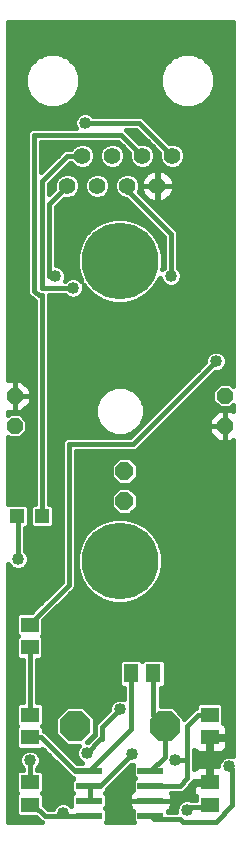
<source format=gbl>
G75*
%MOIN*%
%OFA0B0*%
%FSLAX24Y24*%
%IPPOS*%
%LPD*%
%AMOC8*
5,1,8,0,0,1.08239X$1,22.5*
%
%ADD10R,0.0472X0.0472*%
%ADD11C,0.0554*%
%ADD12OC8,0.0520*%
%ADD13R,0.0866X0.0236*%
%ADD14R,0.0591X0.0512*%
%ADD15R,0.0512X0.0630*%
%ADD16R,0.0630X0.0512*%
%ADD17OC8,0.0594*%
%ADD18OC8,0.1000*%
%ADD19C,0.0160*%
%ADD20C,0.0400*%
%ADD21C,0.0150*%
%ADD22C,0.2559*%
D10*
X000787Y010800D03*
X001613Y010800D03*
D11*
X002450Y021800D03*
X002950Y022800D03*
X003450Y021800D03*
X003950Y022800D03*
X004450Y021800D03*
X004950Y022800D03*
X005450Y021800D03*
X005950Y022800D03*
D12*
X007700Y014800D03*
X007700Y013800D03*
X000700Y013800D03*
X000700Y014800D03*
D13*
X003176Y002300D03*
X003176Y001800D03*
X003176Y001300D03*
X003176Y000800D03*
X005224Y000800D03*
X005224Y001300D03*
X005224Y001800D03*
X005224Y002300D03*
D14*
X007200Y001924D03*
X007200Y001176D03*
X007200Y003426D03*
X007200Y004174D03*
X001200Y006426D03*
X001200Y007174D03*
D15*
X004576Y005550D03*
X005324Y005550D03*
D16*
X001200Y004174D03*
X001200Y003426D03*
X001200Y001924D03*
X001200Y001176D03*
D17*
X004350Y011300D03*
X004350Y012300D03*
D18*
X005696Y003800D03*
X002704Y003800D03*
D19*
X000480Y000580D02*
X000480Y009182D01*
X000495Y009146D01*
X000596Y009045D01*
X000728Y008990D01*
X000872Y008990D01*
X001004Y009045D01*
X001105Y009146D01*
X001160Y009278D01*
X001160Y009422D01*
X001105Y009554D01*
X001035Y009624D01*
X001035Y010404D01*
X001089Y010404D01*
X001183Y010498D01*
X001183Y011102D01*
X001089Y011196D01*
X000484Y011196D01*
X000480Y011192D01*
X000480Y013426D01*
X000526Y013380D01*
X000874Y013380D01*
X001120Y013626D01*
X001120Y013974D01*
X000874Y014220D01*
X000526Y014220D01*
X000480Y014174D01*
X000480Y014260D01*
X000700Y014260D01*
X000924Y014260D01*
X001240Y014576D01*
X001240Y014800D01*
X001240Y015024D01*
X000924Y015340D01*
X000700Y015340D01*
X000700Y014800D01*
X000700Y014800D01*
X001240Y014800D01*
X000700Y014800D01*
X000700Y014800D01*
X000700Y015340D01*
X000480Y015340D01*
X000480Y027256D01*
X007981Y027256D01*
X007981Y015113D01*
X007874Y015220D01*
X007526Y015220D01*
X007280Y014974D01*
X007280Y014626D01*
X007526Y014380D01*
X007874Y014380D01*
X007981Y014487D01*
X007981Y014283D01*
X007924Y014340D01*
X007700Y014340D01*
X007700Y013800D01*
X007700Y013800D01*
X007700Y013260D01*
X007924Y013260D01*
X007981Y013317D01*
X007981Y002785D01*
X007922Y002810D01*
X007778Y002810D01*
X007646Y002755D01*
X007545Y002654D01*
X007490Y002522D01*
X007490Y002460D01*
X007248Y002460D01*
X007248Y001972D01*
X007152Y001972D01*
X007152Y001876D01*
X006625Y001876D01*
X006625Y001641D01*
X006635Y001586D01*
X006657Y001535D01*
X006687Y001490D01*
X006726Y001451D01*
X006745Y001438D01*
X006745Y001335D01*
X006582Y001335D01*
X006522Y001360D01*
X006378Y001360D01*
X006246Y001305D01*
X006145Y001204D01*
X006090Y001072D01*
X006090Y000935D01*
X005817Y000935D01*
X005817Y000952D01*
X005835Y000964D01*
X005874Y001003D01*
X005905Y001049D01*
X005926Y001100D01*
X005937Y001154D01*
X005937Y001300D01*
X005937Y001446D01*
X005926Y001500D01*
X005905Y001551D01*
X005899Y001560D01*
X006248Y001560D01*
X006336Y001597D01*
X006403Y001664D01*
X006653Y001914D01*
X006677Y001972D01*
X007152Y001972D01*
X007152Y002460D01*
X006877Y002460D01*
X006823Y002449D01*
X006772Y002428D01*
X006726Y002397D01*
X006690Y002361D01*
X006690Y002989D01*
X006726Y002953D01*
X006772Y002922D01*
X006823Y002901D01*
X006877Y002890D01*
X007152Y002890D01*
X007152Y003378D01*
X007248Y003378D01*
X007248Y003474D01*
X007775Y003474D01*
X007775Y003709D01*
X007765Y003764D01*
X007743Y003815D01*
X007713Y003860D01*
X007674Y003899D01*
X007655Y003912D01*
X007655Y004496D01*
X007562Y004590D01*
X006838Y004590D01*
X006745Y004496D01*
X006745Y004401D01*
X006688Y004377D01*
X006356Y004045D01*
X006356Y004073D01*
X005969Y004460D01*
X005564Y004460D01*
X005564Y005075D01*
X005646Y005075D01*
X005740Y005169D01*
X005740Y005931D01*
X005646Y006025D01*
X005002Y006025D01*
X004950Y005973D01*
X004898Y006025D01*
X004254Y006025D01*
X004160Y005931D01*
X004160Y005169D01*
X004254Y005075D01*
X004336Y005075D01*
X004336Y004683D01*
X004272Y004710D01*
X004128Y004710D01*
X003996Y004655D01*
X003895Y004554D01*
X003840Y004422D01*
X003840Y004322D01*
X003503Y003985D01*
X003365Y003847D01*
X003365Y003497D01*
X003128Y003260D01*
X003097Y003260D01*
X003364Y003527D01*
X003364Y004073D01*
X002977Y004460D01*
X002431Y004460D01*
X002044Y004073D01*
X002044Y003527D01*
X002431Y003140D01*
X002831Y003140D01*
X002795Y003104D01*
X002740Y002972D01*
X002740Y002828D01*
X002795Y002696D01*
X002896Y002595D01*
X002936Y002578D01*
X002761Y002578D01*
X001710Y003629D01*
X001675Y003644D01*
X001675Y003748D01*
X001623Y003800D01*
X001675Y003852D01*
X001675Y004496D01*
X001581Y004590D01*
X001440Y004590D01*
X001440Y006010D01*
X001562Y006010D01*
X001655Y006104D01*
X001655Y006748D01*
X001603Y006800D01*
X001655Y006852D01*
X001655Y007323D01*
X002597Y008265D01*
X002735Y008403D01*
X002735Y012965D01*
X004747Y012965D01*
X007372Y015590D01*
X007472Y015590D01*
X007604Y015645D01*
X007705Y015746D01*
X007760Y015878D01*
X007760Y016022D01*
X007705Y016154D01*
X007604Y016255D01*
X007472Y016310D01*
X007328Y016310D01*
X007196Y016255D01*
X007095Y016154D01*
X007040Y016022D01*
X007040Y015922D01*
X004553Y013435D01*
X002403Y013435D01*
X002265Y013297D01*
X001835Y013297D01*
X001835Y013139D02*
X002265Y013139D01*
X002265Y013297D02*
X002265Y008597D01*
X001258Y007590D01*
X000838Y007590D01*
X000745Y007496D01*
X000745Y006852D01*
X000797Y006800D01*
X000745Y006748D01*
X000745Y006104D01*
X000838Y006010D01*
X000960Y006010D01*
X000960Y004590D01*
X000819Y004590D01*
X000725Y004496D01*
X000725Y003852D01*
X000777Y003800D01*
X000725Y003748D01*
X000725Y003104D01*
X000819Y003010D01*
X001581Y003010D01*
X001616Y003045D01*
X002497Y002164D01*
X002564Y002097D01*
X002629Y002069D01*
X002649Y002050D01*
X002583Y001984D01*
X002583Y001616D01*
X002649Y001550D01*
X002583Y001484D01*
X002583Y001126D01*
X002504Y001205D01*
X002372Y001260D01*
X002228Y001260D01*
X002096Y001205D01*
X001995Y001104D01*
X001968Y001040D01*
X001799Y001040D01*
X001675Y001164D01*
X001675Y001498D01*
X001623Y001550D01*
X001675Y001602D01*
X001675Y002246D01*
X001581Y002340D01*
X001435Y002340D01*
X001435Y002376D01*
X001505Y002446D01*
X001560Y002578D01*
X001560Y002722D01*
X001505Y002854D01*
X001404Y002955D01*
X001272Y003010D01*
X001128Y003010D01*
X000996Y002955D01*
X000895Y002854D01*
X000840Y002722D01*
X000840Y002578D01*
X000895Y002446D01*
X000965Y002376D01*
X000965Y002340D01*
X000819Y002340D01*
X000725Y002246D01*
X000725Y001602D01*
X000777Y001550D01*
X000725Y001498D01*
X000725Y000854D01*
X000819Y000760D01*
X001401Y000760D01*
X001497Y000664D01*
X001564Y000597D01*
X001604Y000580D01*
X000480Y000580D01*
X000480Y000617D02*
X001544Y000617D01*
X001700Y000800D02*
X002300Y000800D01*
X003176Y000800D01*
X003704Y001050D02*
X003769Y001116D01*
X003769Y001484D01*
X003704Y001550D01*
X003769Y001616D01*
X003769Y001687D01*
X003785Y001703D01*
X004572Y002490D01*
X004636Y002490D01*
X004631Y002484D01*
X004631Y002116D01*
X004696Y002050D01*
X004631Y001984D01*
X004631Y001648D01*
X004612Y001636D01*
X004573Y001597D01*
X004542Y001551D01*
X004521Y001500D01*
X004511Y001446D01*
X004511Y001300D01*
X004511Y001154D01*
X004521Y001100D01*
X004542Y001049D01*
X004573Y001003D01*
X004612Y000964D01*
X004631Y000952D01*
X004631Y000616D01*
X004666Y000580D01*
X003734Y000580D01*
X003769Y000616D01*
X003769Y000984D01*
X003704Y001050D01*
X003746Y001093D02*
X004525Y001093D01*
X004511Y001251D02*
X003769Y001251D01*
X003769Y001410D02*
X004511Y001410D01*
X004511Y001300D02*
X005224Y001300D01*
X005937Y001300D01*
X005224Y001300D01*
X005224Y001300D01*
X006200Y001300D01*
X006824Y001924D01*
X007200Y001924D01*
X007200Y003426D01*
X007248Y003470D02*
X007981Y003470D01*
X007981Y003312D02*
X007775Y003312D01*
X007775Y003378D02*
X007775Y003143D01*
X007765Y003088D01*
X007743Y003037D01*
X007713Y002992D01*
X007674Y002953D01*
X007628Y002922D01*
X007577Y002901D01*
X007523Y002890D01*
X007248Y002890D01*
X007248Y003378D01*
X007775Y003378D01*
X007775Y003153D02*
X007981Y003153D01*
X007981Y002995D02*
X007715Y002995D01*
X007568Y002678D02*
X006690Y002678D01*
X006690Y002836D02*
X007981Y002836D01*
X007981Y003629D02*
X007775Y003629D01*
X007755Y003787D02*
X007981Y003787D01*
X007981Y003946D02*
X007655Y003946D01*
X007655Y004104D02*
X007981Y004104D01*
X007981Y004263D02*
X007655Y004263D01*
X007655Y004421D02*
X007981Y004421D01*
X007981Y004580D02*
X007572Y004580D01*
X007981Y004738D02*
X005564Y004738D01*
X005564Y004580D02*
X006828Y004580D01*
X006745Y004421D02*
X006008Y004421D01*
X006167Y004263D02*
X006573Y004263D01*
X006415Y004104D02*
X006325Y004104D01*
X006450Y003800D02*
X006450Y002650D01*
X006450Y002050D01*
X006200Y001800D01*
X005224Y001800D01*
X005224Y001300D02*
X005224Y001300D01*
X004511Y001300D01*
X004554Y001568D02*
X003722Y001568D01*
X003809Y001727D02*
X004631Y001727D01*
X004631Y001885D02*
X003967Y001885D01*
X004126Y002044D02*
X004690Y002044D01*
X004631Y002202D02*
X004284Y002202D01*
X004443Y002361D02*
X004631Y002361D01*
X004576Y003700D02*
X003176Y002300D01*
X002700Y002300D01*
X001574Y003426D01*
X001200Y003426D01*
X001091Y002995D02*
X000480Y002995D01*
X000480Y003153D02*
X000725Y003153D01*
X000725Y003312D02*
X000480Y003312D01*
X000480Y003470D02*
X000725Y003470D01*
X000725Y003629D02*
X000480Y003629D01*
X000480Y003787D02*
X000764Y003787D01*
X000725Y003946D02*
X000480Y003946D01*
X000480Y004104D02*
X000725Y004104D01*
X000725Y004263D02*
X000480Y004263D01*
X000480Y004421D02*
X000725Y004421D01*
X000808Y004580D02*
X000480Y004580D01*
X000480Y004738D02*
X000960Y004738D01*
X000960Y004897D02*
X000480Y004897D01*
X000480Y005055D02*
X000960Y005055D01*
X000960Y005214D02*
X000480Y005214D01*
X000480Y005372D02*
X000960Y005372D01*
X000960Y005531D02*
X000480Y005531D01*
X000480Y005689D02*
X000960Y005689D01*
X000960Y005848D02*
X000480Y005848D01*
X000480Y006006D02*
X000960Y006006D01*
X000745Y006165D02*
X000480Y006165D01*
X000480Y006323D02*
X000745Y006323D01*
X000745Y006482D02*
X000480Y006482D01*
X000480Y006640D02*
X000745Y006640D01*
X000795Y006799D02*
X000480Y006799D01*
X000480Y006957D02*
X000745Y006957D01*
X000745Y007116D02*
X000480Y007116D01*
X000480Y007274D02*
X000745Y007274D01*
X000745Y007433D02*
X000480Y007433D01*
X000480Y007591D02*
X001259Y007591D01*
X001417Y007750D02*
X000480Y007750D01*
X000480Y007908D02*
X001576Y007908D01*
X001734Y008067D02*
X000480Y008067D01*
X000480Y008225D02*
X001893Y008225D01*
X002051Y008384D02*
X000480Y008384D01*
X000480Y008542D02*
X002210Y008542D01*
X002265Y008701D02*
X000480Y008701D01*
X000480Y008859D02*
X002265Y008859D01*
X002265Y009018D02*
X000938Y009018D01*
X001118Y009176D02*
X002265Y009176D01*
X002265Y009335D02*
X001160Y009335D01*
X001130Y009493D02*
X002265Y009493D01*
X002265Y009652D02*
X001035Y009652D01*
X001035Y009810D02*
X002265Y009810D01*
X002265Y009969D02*
X001035Y009969D01*
X001035Y010127D02*
X002265Y010127D01*
X002265Y010286D02*
X001035Y010286D01*
X001129Y010444D02*
X001271Y010444D01*
X001311Y010404D02*
X001217Y010498D01*
X001217Y011102D01*
X001311Y011196D01*
X001365Y011196D01*
X001365Y017953D01*
X001253Y018065D01*
X001253Y018065D01*
X001115Y018203D01*
X001115Y023597D01*
X001253Y023735D01*
X002729Y023735D01*
X002690Y023828D01*
X002690Y023972D01*
X002745Y024104D01*
X002846Y024205D01*
X002978Y024260D01*
X003122Y024260D01*
X003254Y024205D01*
X003324Y024135D01*
X004947Y024135D01*
X005085Y023997D01*
X005850Y023232D01*
X005863Y023237D01*
X006037Y023237D01*
X006198Y023171D01*
X006321Y023048D01*
X006387Y022887D01*
X006387Y022713D01*
X006321Y022552D01*
X006198Y022429D01*
X006037Y022363D01*
X005863Y022363D01*
X005702Y022429D01*
X005579Y022552D01*
X005513Y022713D01*
X005513Y022887D01*
X005518Y022900D01*
X004753Y023665D01*
X004417Y023665D01*
X004850Y023232D01*
X004863Y023237D01*
X005037Y023237D01*
X005198Y023171D01*
X005321Y023048D01*
X005387Y022887D01*
X005387Y022713D01*
X005321Y022552D01*
X005198Y022429D01*
X005037Y022363D01*
X004863Y022363D01*
X004702Y022429D01*
X004579Y022552D01*
X004513Y022713D01*
X004513Y022887D01*
X004518Y022900D01*
X004153Y023265D01*
X001585Y023265D01*
X001585Y022267D01*
X002353Y023035D01*
X002574Y023035D01*
X002579Y023048D01*
X002702Y023171D01*
X002863Y023237D01*
X003037Y023237D01*
X003198Y023171D01*
X003321Y023048D01*
X003387Y022887D01*
X003387Y022713D01*
X003321Y022552D01*
X003198Y022429D01*
X003037Y022363D01*
X002863Y022363D01*
X002702Y022429D01*
X002579Y022552D01*
X002574Y022565D01*
X002547Y022565D01*
X001835Y021853D01*
X001835Y021517D01*
X002018Y021700D01*
X002013Y021713D01*
X002013Y021887D01*
X002079Y022048D01*
X002202Y022171D01*
X002363Y022237D01*
X002537Y022237D01*
X002698Y022171D01*
X002821Y022048D01*
X002887Y021887D01*
X002887Y021713D01*
X002821Y021552D01*
X002698Y021429D01*
X002537Y021363D01*
X002363Y021363D01*
X002350Y021368D01*
X002085Y021103D01*
X002085Y019160D01*
X002122Y019160D01*
X002254Y019105D01*
X002355Y019004D01*
X002410Y018872D01*
X002410Y018728D01*
X002371Y018635D01*
X002376Y018635D01*
X002446Y018705D01*
X002578Y018760D01*
X002722Y018760D01*
X002854Y018705D01*
X002918Y018641D01*
X002859Y018744D01*
X002760Y019110D01*
X002760Y019490D01*
X002859Y019856D01*
X003048Y020184D01*
X003316Y020452D01*
X003644Y020641D01*
X004010Y020740D01*
X004390Y020740D01*
X004756Y020641D01*
X005084Y020452D01*
X005352Y020184D01*
X005541Y019856D01*
X005640Y019490D01*
X005640Y019110D01*
X005617Y019026D01*
X005665Y019074D01*
X005665Y020103D01*
X004405Y021363D01*
X004363Y021363D01*
X004358Y021365D01*
X004353Y021365D01*
X004349Y021369D01*
X004202Y021429D01*
X004079Y021552D01*
X004013Y021713D01*
X004013Y021887D01*
X004079Y022048D01*
X004202Y022171D01*
X004363Y022237D01*
X004537Y022237D01*
X004698Y022171D01*
X004821Y022048D01*
X004887Y021887D01*
X004887Y021713D01*
X004838Y021594D01*
X005997Y020435D01*
X006135Y020297D01*
X006135Y019074D01*
X006205Y019004D01*
X006260Y018872D01*
X006260Y018728D01*
X006205Y018596D01*
X006104Y018495D01*
X005972Y018440D01*
X005828Y018440D01*
X005696Y018495D01*
X005595Y018596D01*
X005540Y018728D01*
X005540Y018742D01*
X005352Y018416D01*
X005084Y018148D01*
X004756Y017959D01*
X004390Y017860D01*
X004010Y017860D01*
X003644Y017959D01*
X003316Y018148D01*
X003048Y018416D01*
X002995Y018509D01*
X003010Y018472D01*
X003010Y018328D01*
X002955Y018196D01*
X002854Y018095D01*
X002722Y018040D01*
X002578Y018040D01*
X002446Y018095D01*
X002376Y018165D01*
X001835Y018165D01*
X001835Y011196D01*
X001916Y011196D01*
X002010Y011102D01*
X002010Y010498D01*
X001916Y010404D01*
X001311Y010404D01*
X001217Y010603D02*
X001183Y010603D01*
X001183Y010761D02*
X001217Y010761D01*
X001217Y010920D02*
X001183Y010920D01*
X001183Y011078D02*
X001217Y011078D01*
X001365Y011237D02*
X000480Y011237D01*
X000480Y011395D02*
X001365Y011395D01*
X001365Y011554D02*
X000480Y011554D01*
X000480Y011712D02*
X001365Y011712D01*
X001365Y011871D02*
X000480Y011871D01*
X000480Y012029D02*
X001365Y012029D01*
X001365Y012188D02*
X000480Y012188D01*
X000480Y012346D02*
X001365Y012346D01*
X001365Y012505D02*
X000480Y012505D01*
X000480Y012663D02*
X001365Y012663D01*
X001365Y012822D02*
X000480Y012822D01*
X000480Y012980D02*
X001365Y012980D01*
X001365Y013139D02*
X000480Y013139D01*
X000480Y013297D02*
X001365Y013297D01*
X001365Y013456D02*
X000949Y013456D01*
X001108Y013614D02*
X001365Y013614D01*
X001365Y013773D02*
X001120Y013773D01*
X001120Y013931D02*
X001365Y013931D01*
X001365Y014090D02*
X001004Y014090D01*
X001070Y014407D02*
X001365Y014407D01*
X001365Y014565D02*
X001229Y014565D01*
X001240Y014724D02*
X001365Y014724D01*
X001365Y014882D02*
X001240Y014882D01*
X001223Y015041D02*
X001365Y015041D01*
X001365Y015199D02*
X001065Y015199D01*
X001365Y015358D02*
X000480Y015358D01*
X000480Y015516D02*
X001365Y015516D01*
X001365Y015675D02*
X000480Y015675D01*
X000480Y015833D02*
X001365Y015833D01*
X001365Y015992D02*
X000480Y015992D01*
X000480Y016150D02*
X001365Y016150D01*
X001365Y016309D02*
X000480Y016309D01*
X000480Y016467D02*
X001365Y016467D01*
X001365Y016626D02*
X000480Y016626D01*
X000480Y016784D02*
X001365Y016784D01*
X001365Y016943D02*
X000480Y016943D01*
X000480Y017101D02*
X001365Y017101D01*
X001365Y017260D02*
X000480Y017260D01*
X000480Y017418D02*
X001365Y017418D01*
X001365Y017577D02*
X000480Y017577D01*
X000480Y017735D02*
X001365Y017735D01*
X001365Y017894D02*
X000480Y017894D01*
X000480Y018052D02*
X001266Y018052D01*
X001115Y018211D02*
X000480Y018211D01*
X000480Y018369D02*
X001115Y018369D01*
X001115Y018528D02*
X000480Y018528D01*
X000480Y018686D02*
X001115Y018686D01*
X001115Y018845D02*
X000480Y018845D01*
X000480Y019003D02*
X001115Y019003D01*
X001115Y019162D02*
X000480Y019162D01*
X000480Y019320D02*
X001115Y019320D01*
X001115Y019479D02*
X000480Y019479D01*
X000480Y019637D02*
X001115Y019637D01*
X001115Y019796D02*
X000480Y019796D01*
X000480Y019954D02*
X001115Y019954D01*
X001115Y020113D02*
X000480Y020113D01*
X000480Y020271D02*
X001115Y020271D01*
X001115Y020430D02*
X000480Y020430D01*
X000480Y020588D02*
X001115Y020588D01*
X001115Y020747D02*
X000480Y020747D01*
X000480Y020905D02*
X001115Y020905D01*
X001115Y021064D02*
X000480Y021064D01*
X000480Y021222D02*
X001115Y021222D01*
X001115Y021381D02*
X000480Y021381D01*
X000480Y021539D02*
X001115Y021539D01*
X001115Y021698D02*
X000480Y021698D01*
X000480Y021856D02*
X001115Y021856D01*
X001115Y022015D02*
X000480Y022015D01*
X000480Y022173D02*
X001115Y022173D01*
X001115Y022332D02*
X000480Y022332D01*
X000480Y022490D02*
X001115Y022490D01*
X001115Y022649D02*
X000480Y022649D01*
X000480Y022807D02*
X001115Y022807D01*
X001115Y022966D02*
X000480Y022966D01*
X000480Y023124D02*
X001115Y023124D01*
X001115Y023283D02*
X000480Y023283D01*
X000480Y023441D02*
X001115Y023441D01*
X001117Y023600D02*
X000480Y023600D01*
X000480Y023758D02*
X002719Y023758D01*
X002690Y023917D02*
X000480Y023917D01*
X000480Y024075D02*
X002733Y024075D01*
X002915Y024234D02*
X000480Y024234D01*
X000480Y024392D02*
X001738Y024392D01*
X001767Y024380D02*
X002133Y024380D01*
X002471Y024520D01*
X002730Y024779D01*
X002870Y025117D01*
X002870Y025483D01*
X002730Y025821D01*
X002471Y026080D01*
X002133Y026220D01*
X001767Y026220D01*
X001429Y026080D01*
X001170Y025821D01*
X001030Y025483D01*
X001030Y025117D01*
X001170Y024779D01*
X001429Y024520D01*
X001767Y024380D01*
X001398Y024551D02*
X000480Y024551D01*
X000480Y024709D02*
X001240Y024709D01*
X001133Y024868D02*
X000480Y024868D01*
X000480Y025026D02*
X001068Y025026D01*
X001030Y025185D02*
X000480Y025185D01*
X000480Y025343D02*
X001030Y025343D01*
X001038Y025502D02*
X000480Y025502D01*
X000480Y025660D02*
X001103Y025660D01*
X001169Y025819D02*
X000480Y025819D01*
X000480Y025977D02*
X001326Y025977D01*
X001563Y026136D02*
X000480Y026136D01*
X000480Y026294D02*
X007981Y026294D01*
X007981Y026136D02*
X006837Y026136D01*
X006971Y026080D02*
X006633Y026220D01*
X006267Y026220D01*
X005929Y026080D01*
X005670Y025821D01*
X005530Y025483D01*
X005530Y025117D01*
X005670Y024779D01*
X005929Y024520D01*
X006267Y024380D01*
X006633Y024380D01*
X006971Y024520D01*
X007230Y024779D01*
X007370Y025117D01*
X007370Y025483D01*
X007230Y025821D01*
X006971Y026080D01*
X007074Y025977D02*
X007981Y025977D01*
X007981Y025819D02*
X007231Y025819D01*
X007297Y025660D02*
X007981Y025660D01*
X007981Y025502D02*
X007362Y025502D01*
X007370Y025343D02*
X007981Y025343D01*
X007981Y025185D02*
X007370Y025185D01*
X007332Y025026D02*
X007981Y025026D01*
X007981Y024868D02*
X007267Y024868D01*
X007160Y024709D02*
X007981Y024709D01*
X007981Y024551D02*
X007002Y024551D01*
X006662Y024392D02*
X007981Y024392D01*
X007981Y024234D02*
X003185Y024234D01*
X002832Y025026D02*
X005568Y025026D01*
X005530Y025185D02*
X002870Y025185D01*
X002870Y025343D02*
X005530Y025343D01*
X005538Y025502D02*
X002862Y025502D01*
X002797Y025660D02*
X005603Y025660D01*
X005669Y025819D02*
X002731Y025819D01*
X002574Y025977D02*
X005826Y025977D01*
X006063Y026136D02*
X002337Y026136D01*
X002767Y024868D02*
X005633Y024868D01*
X005740Y024709D02*
X002660Y024709D01*
X002502Y024551D02*
X005898Y024551D01*
X006238Y024392D02*
X002162Y024392D01*
X002283Y022966D02*
X001585Y022966D01*
X001585Y023124D02*
X002656Y023124D01*
X002642Y022490D02*
X002472Y022490D01*
X002314Y022332D02*
X005283Y022332D01*
X005320Y022343D02*
X005236Y022316D01*
X005158Y022277D01*
X005087Y022225D01*
X005025Y022163D01*
X004973Y022092D01*
X004934Y022014D01*
X004907Y021930D01*
X004893Y021844D01*
X004893Y021809D01*
X005441Y021809D01*
X005441Y022357D01*
X005406Y022357D01*
X005320Y022343D01*
X005258Y022490D02*
X005642Y022490D01*
X005580Y022343D02*
X005494Y022357D01*
X005459Y022357D01*
X005459Y021809D01*
X006007Y021809D01*
X006007Y021844D01*
X005993Y021930D01*
X005966Y022014D01*
X005927Y022092D01*
X005875Y022163D01*
X005813Y022225D01*
X005742Y022277D01*
X005664Y022316D01*
X005580Y022343D01*
X005617Y022332D02*
X007981Y022332D01*
X007981Y022490D02*
X006258Y022490D01*
X006360Y022649D02*
X007981Y022649D01*
X007981Y022807D02*
X006387Y022807D01*
X006355Y022966D02*
X007981Y022966D01*
X007981Y023124D02*
X006244Y023124D01*
X005966Y022015D02*
X007981Y022015D01*
X007981Y022173D02*
X005865Y022173D01*
X006005Y021856D02*
X007981Y021856D01*
X007981Y021698D02*
X005998Y021698D01*
X005993Y021670D02*
X006007Y021756D01*
X006007Y021791D01*
X005459Y021791D01*
X005459Y021809D01*
X005441Y021809D01*
X005441Y021791D01*
X005459Y021791D01*
X005459Y021243D01*
X005494Y021243D01*
X005580Y021257D01*
X005664Y021284D01*
X005742Y021323D01*
X005813Y021375D01*
X005875Y021437D01*
X005927Y021508D01*
X005966Y021586D01*
X005993Y021670D01*
X005942Y021539D02*
X007981Y021539D01*
X007981Y021381D02*
X005818Y021381D01*
X005686Y020747D02*
X007981Y020747D01*
X007981Y020905D02*
X005527Y020905D01*
X005441Y021243D02*
X005441Y021791D01*
X004893Y021791D01*
X004893Y021756D01*
X004907Y021670D01*
X004934Y021586D01*
X004973Y021508D01*
X005025Y021437D01*
X005087Y021375D01*
X005158Y021323D01*
X005236Y021284D01*
X005320Y021257D01*
X005406Y021243D01*
X005441Y021243D01*
X005441Y021381D02*
X005459Y021381D01*
X005459Y021539D02*
X005441Y021539D01*
X005441Y021698D02*
X005459Y021698D01*
X005459Y021856D02*
X005441Y021856D01*
X005441Y022015D02*
X005459Y022015D01*
X005459Y022173D02*
X005441Y022173D01*
X005441Y022332D02*
X005459Y022332D01*
X005540Y022649D02*
X005360Y022649D01*
X005387Y022807D02*
X005513Y022807D01*
X005452Y022966D02*
X005355Y022966D01*
X005294Y023124D02*
X005244Y023124D01*
X005135Y023283D02*
X004800Y023283D01*
X004818Y023600D02*
X004483Y023600D01*
X004641Y023441D02*
X004977Y023441D01*
X005166Y023917D02*
X007981Y023917D01*
X007981Y024075D02*
X005007Y024075D01*
X005324Y023758D02*
X007981Y023758D01*
X007981Y023600D02*
X005483Y023600D01*
X005641Y023441D02*
X007981Y023441D01*
X007981Y023283D02*
X005800Y023283D01*
X005210Y021222D02*
X007981Y021222D01*
X007981Y021064D02*
X005369Y021064D01*
X005180Y020588D02*
X004848Y020588D01*
X004863Y020905D02*
X002085Y020905D01*
X002085Y020747D02*
X005021Y020747D01*
X005106Y020430D02*
X005338Y020430D01*
X005265Y020271D02*
X005497Y020271D01*
X005393Y020113D02*
X005655Y020113D01*
X005665Y019954D02*
X005485Y019954D01*
X005558Y019796D02*
X005665Y019796D01*
X005665Y019637D02*
X005600Y019637D01*
X005640Y019479D02*
X005665Y019479D01*
X005665Y019320D02*
X005640Y019320D01*
X005640Y019162D02*
X005665Y019162D01*
X005558Y018686D02*
X005508Y018686D01*
X005416Y018528D02*
X005663Y018528D01*
X005305Y018369D02*
X007981Y018369D01*
X007981Y018211D02*
X005146Y018211D01*
X004918Y018052D02*
X007981Y018052D01*
X007981Y017894D02*
X004513Y017894D01*
X003887Y017894D02*
X001835Y017894D01*
X001835Y018052D02*
X002549Y018052D01*
X002427Y018686D02*
X002392Y018686D01*
X002410Y018845D02*
X002832Y018845D01*
X002789Y019003D02*
X002356Y019003D01*
X002085Y019162D02*
X002760Y019162D01*
X002760Y019320D02*
X002085Y019320D01*
X002085Y019479D02*
X002760Y019479D01*
X002800Y019637D02*
X002085Y019637D01*
X002085Y019796D02*
X002842Y019796D01*
X002915Y019954D02*
X002085Y019954D01*
X002085Y020113D02*
X003007Y020113D01*
X003135Y020271D02*
X002085Y020271D01*
X002085Y020430D02*
X003294Y020430D01*
X003552Y020588D02*
X002085Y020588D01*
X002085Y021064D02*
X004704Y021064D01*
X004546Y021222D02*
X002204Y021222D01*
X002015Y021698D02*
X001835Y021698D01*
X001838Y021856D02*
X002013Y021856D01*
X001997Y022015D02*
X002066Y022015D01*
X002155Y022173D02*
X002208Y022173D01*
X001966Y022649D02*
X001585Y022649D01*
X001585Y022807D02*
X002125Y022807D01*
X001808Y022490D02*
X001585Y022490D01*
X001585Y022332D02*
X001649Y022332D01*
X001835Y021539D02*
X001857Y021539D01*
X002580Y021381D02*
X003320Y021381D01*
X003363Y021363D02*
X003537Y021363D01*
X003698Y021429D01*
X003821Y021552D01*
X003887Y021713D01*
X003887Y021887D01*
X003821Y022048D01*
X003698Y022171D01*
X003537Y022237D01*
X003363Y022237D01*
X003202Y022171D01*
X003079Y022048D01*
X003013Y021887D01*
X003013Y021713D01*
X003079Y021552D01*
X003202Y021429D01*
X003363Y021363D01*
X003580Y021381D02*
X004320Y021381D01*
X004093Y021539D02*
X003807Y021539D01*
X003881Y021698D02*
X004019Y021698D01*
X004013Y021856D02*
X003887Y021856D01*
X003834Y022015D02*
X004066Y022015D01*
X004037Y022363D02*
X004198Y022429D01*
X004321Y022552D01*
X004387Y022713D01*
X004387Y022887D01*
X004321Y023048D01*
X004198Y023171D01*
X004037Y023237D01*
X003863Y023237D01*
X003702Y023171D01*
X003579Y023048D01*
X003513Y022887D01*
X003513Y022713D01*
X003579Y022552D01*
X003702Y022429D01*
X003863Y022363D01*
X004037Y022363D01*
X004208Y022173D02*
X003692Y022173D01*
X003642Y022490D02*
X003258Y022490D01*
X003360Y022649D02*
X003540Y022649D01*
X003513Y022807D02*
X003387Y022807D01*
X003355Y022966D02*
X003545Y022966D01*
X003656Y023124D02*
X003244Y023124D01*
X003208Y022173D02*
X002692Y022173D01*
X002834Y022015D02*
X003066Y022015D01*
X003013Y021856D02*
X002887Y021856D01*
X002881Y021698D02*
X003019Y021698D01*
X003093Y021539D02*
X002807Y021539D01*
X002873Y018686D02*
X002892Y018686D01*
X003010Y018369D02*
X003095Y018369D01*
X002961Y018211D02*
X003254Y018211D01*
X003482Y018052D02*
X002751Y018052D01*
X001835Y017735D02*
X007981Y017735D01*
X007981Y017577D02*
X001835Y017577D01*
X001835Y017418D02*
X007981Y017418D01*
X007981Y017260D02*
X001835Y017260D01*
X001835Y017101D02*
X007981Y017101D01*
X007981Y016943D02*
X001835Y016943D01*
X001835Y016784D02*
X007981Y016784D01*
X007981Y016626D02*
X001835Y016626D01*
X001835Y016467D02*
X007981Y016467D01*
X007981Y016309D02*
X007475Y016309D01*
X007325Y016309D02*
X001835Y016309D01*
X001835Y016150D02*
X007093Y016150D01*
X007040Y015992D02*
X001835Y015992D01*
X001835Y015833D02*
X006951Y015833D01*
X006792Y015675D02*
X001835Y015675D01*
X001835Y015516D02*
X006634Y015516D01*
X006475Y015358D02*
X001835Y015358D01*
X001835Y015199D02*
X006317Y015199D01*
X006158Y015041D02*
X004584Y015041D01*
X004671Y015005D02*
X004365Y015131D01*
X004035Y015131D01*
X003729Y015005D01*
X003495Y014771D01*
X003369Y014465D01*
X003369Y014135D01*
X003495Y013829D01*
X003729Y013595D01*
X004035Y013469D01*
X004365Y013469D01*
X004671Y013595D01*
X004905Y013829D01*
X005031Y014135D01*
X005031Y014465D01*
X004905Y014771D01*
X004671Y015005D01*
X004793Y014882D02*
X006000Y014882D01*
X005841Y014724D02*
X004924Y014724D01*
X004990Y014565D02*
X005683Y014565D01*
X005524Y014407D02*
X005031Y014407D01*
X005031Y014248D02*
X005366Y014248D01*
X005207Y014090D02*
X005012Y014090D01*
X005049Y013931D02*
X004947Y013931D01*
X004890Y013773D02*
X004848Y013773D01*
X004732Y013614D02*
X004689Y013614D01*
X004573Y013456D02*
X001835Y013456D01*
X001835Y013614D02*
X003711Y013614D01*
X003552Y013773D02*
X001835Y013773D01*
X001835Y013931D02*
X003453Y013931D01*
X003388Y014090D02*
X001835Y014090D01*
X001835Y014248D02*
X003369Y014248D01*
X003369Y014407D02*
X001835Y014407D01*
X001835Y014565D02*
X003410Y014565D01*
X003476Y014724D02*
X001835Y014724D01*
X001835Y014882D02*
X003607Y014882D01*
X003816Y015041D02*
X001835Y015041D01*
X001365Y014248D02*
X000480Y014248D01*
X000700Y014260D02*
X000700Y014800D01*
X000700Y014260D01*
X000700Y014407D02*
X000700Y014407D01*
X000700Y014565D02*
X000700Y014565D01*
X000700Y014724D02*
X000700Y014724D01*
X000700Y014800D02*
X000700Y014800D01*
X000700Y014882D02*
X000700Y014882D01*
X000700Y015041D02*
X000700Y015041D01*
X000700Y015199D02*
X000700Y015199D01*
X001835Y012980D02*
X002265Y012980D01*
X002265Y012822D02*
X001835Y012822D01*
X001835Y012663D02*
X002265Y012663D01*
X002265Y012505D02*
X001835Y012505D01*
X001835Y012346D02*
X002265Y012346D01*
X002265Y012188D02*
X001835Y012188D01*
X001835Y012029D02*
X002265Y012029D01*
X002265Y011871D02*
X001835Y011871D01*
X001835Y011712D02*
X002265Y011712D01*
X002265Y011554D02*
X001835Y011554D01*
X001835Y011395D02*
X002265Y011395D01*
X002265Y011237D02*
X001835Y011237D01*
X002010Y011078D02*
X002265Y011078D01*
X002265Y010920D02*
X002010Y010920D01*
X002010Y010761D02*
X002265Y010761D01*
X002265Y010603D02*
X002010Y010603D01*
X001956Y010444D02*
X002265Y010444D01*
X002735Y010444D02*
X003308Y010444D01*
X003316Y010452D02*
X003048Y010184D01*
X002859Y009856D01*
X002760Y009490D01*
X002760Y009110D01*
X002859Y008744D01*
X003048Y008416D01*
X003316Y008148D01*
X003644Y007959D01*
X004010Y007860D01*
X004390Y007860D01*
X004756Y007959D01*
X005084Y008148D01*
X005352Y008416D01*
X005541Y008744D01*
X005640Y009110D01*
X005640Y009490D01*
X005541Y009856D01*
X005352Y010184D01*
X005084Y010452D01*
X004756Y010641D01*
X004390Y010740D01*
X004010Y010740D01*
X003644Y010641D01*
X003316Y010452D01*
X003150Y010286D02*
X002735Y010286D01*
X002735Y010127D02*
X003015Y010127D01*
X002924Y009969D02*
X002735Y009969D01*
X002735Y009810D02*
X002846Y009810D01*
X002804Y009652D02*
X002735Y009652D01*
X002735Y009493D02*
X002761Y009493D01*
X002760Y009335D02*
X002735Y009335D01*
X002735Y009176D02*
X002760Y009176D01*
X002735Y009018D02*
X002785Y009018D01*
X002828Y008859D02*
X002735Y008859D01*
X002735Y008701D02*
X002884Y008701D01*
X002975Y008542D02*
X002735Y008542D01*
X002716Y008384D02*
X003081Y008384D01*
X003239Y008225D02*
X002557Y008225D01*
X002399Y008067D02*
X003457Y008067D01*
X003833Y007908D02*
X002240Y007908D01*
X002082Y007750D02*
X007981Y007750D01*
X007981Y007908D02*
X004567Y007908D01*
X004943Y008067D02*
X007981Y008067D01*
X007981Y008225D02*
X005161Y008225D01*
X005319Y008384D02*
X007981Y008384D01*
X007981Y008542D02*
X005425Y008542D01*
X005516Y008701D02*
X007981Y008701D01*
X007981Y008859D02*
X005572Y008859D01*
X005615Y009018D02*
X007981Y009018D01*
X007981Y009176D02*
X005640Y009176D01*
X005640Y009335D02*
X007981Y009335D01*
X007981Y009493D02*
X005639Y009493D01*
X005596Y009652D02*
X007981Y009652D01*
X007981Y009810D02*
X005554Y009810D01*
X005476Y009969D02*
X007981Y009969D01*
X007981Y010127D02*
X005385Y010127D01*
X005250Y010286D02*
X007981Y010286D01*
X007981Y010444D02*
X005092Y010444D01*
X004823Y010603D02*
X007981Y010603D01*
X007981Y010761D02*
X002735Y010761D01*
X002735Y010603D02*
X003577Y010603D01*
X003893Y011111D02*
X003893Y011489D01*
X004161Y011757D01*
X004539Y011757D01*
X004807Y011489D01*
X004807Y011111D01*
X004539Y010843D01*
X004161Y010843D01*
X003893Y011111D01*
X003926Y011078D02*
X002735Y011078D01*
X002735Y010920D02*
X004084Y010920D01*
X003957Y011554D02*
X002735Y011554D01*
X002735Y011712D02*
X004116Y011712D01*
X004161Y011843D02*
X004539Y011843D01*
X004807Y012111D01*
X004807Y012489D01*
X004539Y012757D01*
X004161Y012757D01*
X003893Y012489D01*
X003893Y012111D01*
X004161Y011843D01*
X004133Y011871D02*
X002735Y011871D01*
X002735Y012029D02*
X003975Y012029D01*
X003893Y012188D02*
X002735Y012188D01*
X002735Y012346D02*
X003893Y012346D01*
X003908Y012505D02*
X002735Y012505D01*
X002735Y012663D02*
X004067Y012663D01*
X003893Y011395D02*
X002735Y011395D01*
X002735Y011237D02*
X003893Y011237D01*
X004584Y011712D02*
X007981Y011712D01*
X007981Y011554D02*
X004743Y011554D01*
X004807Y011395D02*
X007981Y011395D01*
X007981Y011237D02*
X004807Y011237D01*
X004774Y011078D02*
X007981Y011078D01*
X007981Y010920D02*
X004616Y010920D01*
X004567Y011871D02*
X007981Y011871D01*
X007981Y012029D02*
X004725Y012029D01*
X004807Y012188D02*
X007981Y012188D01*
X007981Y012346D02*
X004807Y012346D01*
X004792Y012505D02*
X007981Y012505D01*
X007981Y012663D02*
X004633Y012663D01*
X004762Y012980D02*
X007981Y012980D01*
X007981Y012822D02*
X002735Y012822D01*
X001923Y007591D02*
X007981Y007591D01*
X007981Y007433D02*
X001765Y007433D01*
X001655Y007274D02*
X007981Y007274D01*
X007981Y007116D02*
X001655Y007116D01*
X001655Y006957D02*
X007981Y006957D01*
X007981Y006799D02*
X001605Y006799D01*
X001655Y006640D02*
X007981Y006640D01*
X007981Y006482D02*
X001655Y006482D01*
X001655Y006323D02*
X007981Y006323D01*
X007981Y006165D02*
X001655Y006165D01*
X001440Y006006D02*
X004235Y006006D01*
X004160Y005848D02*
X001440Y005848D01*
X001440Y005689D02*
X004160Y005689D01*
X004160Y005531D02*
X001440Y005531D01*
X001440Y005372D02*
X004160Y005372D01*
X004160Y005214D02*
X001440Y005214D01*
X001440Y005055D02*
X004336Y005055D01*
X004336Y004897D02*
X001440Y004897D01*
X001440Y004738D02*
X004336Y004738D01*
X004576Y005550D02*
X004576Y003700D01*
X003920Y004580D02*
X001592Y004580D01*
X001675Y004421D02*
X002392Y004421D01*
X002233Y004263D02*
X001675Y004263D01*
X001675Y004104D02*
X002075Y004104D01*
X002044Y003946D02*
X001675Y003946D01*
X001636Y003787D02*
X002044Y003787D01*
X002044Y003629D02*
X001711Y003629D01*
X001869Y003470D02*
X002101Y003470D01*
X002028Y003312D02*
X002259Y003312D01*
X002186Y003153D02*
X002418Y003153D01*
X002345Y002995D02*
X002749Y002995D01*
X002740Y002836D02*
X002503Y002836D01*
X002662Y002678D02*
X002813Y002678D01*
X002642Y002044D02*
X001675Y002044D01*
X001675Y002202D02*
X002459Y002202D01*
X002300Y002361D02*
X001435Y002361D01*
X001535Y002519D02*
X002142Y002519D01*
X001983Y002678D02*
X001560Y002678D01*
X001513Y002836D02*
X001825Y002836D01*
X001666Y002995D02*
X001309Y002995D01*
X000965Y002361D02*
X000480Y002361D01*
X000480Y002519D02*
X000865Y002519D01*
X000840Y002678D02*
X000480Y002678D01*
X000480Y002836D02*
X000887Y002836D01*
X000725Y002202D02*
X000480Y002202D01*
X000480Y002044D02*
X000725Y002044D01*
X000725Y001885D02*
X000480Y001885D01*
X000480Y001727D02*
X000725Y001727D01*
X000759Y001568D02*
X000480Y001568D01*
X000480Y001410D02*
X000725Y001410D01*
X000725Y001251D02*
X000480Y001251D01*
X000480Y001093D02*
X000725Y001093D01*
X000725Y000934D02*
X000480Y000934D01*
X000480Y000776D02*
X000803Y000776D01*
X001200Y001176D02*
X001324Y001176D01*
X001700Y000800D01*
X001747Y001093D02*
X001990Y001093D01*
X002207Y001251D02*
X001675Y001251D01*
X001675Y001410D02*
X002583Y001410D01*
X002583Y001251D02*
X002393Y001251D01*
X002631Y001568D02*
X001641Y001568D01*
X001675Y001727D02*
X002583Y001727D01*
X002583Y001885D02*
X001675Y001885D01*
X001200Y004174D02*
X001200Y006426D01*
X000662Y009018D02*
X000480Y009018D01*
X000480Y009176D02*
X000482Y009176D01*
X003016Y004421D02*
X003840Y004421D01*
X003780Y004263D02*
X003175Y004263D01*
X003333Y004104D02*
X003622Y004104D01*
X003463Y003946D02*
X003364Y003946D01*
X003364Y003787D02*
X003365Y003787D01*
X003364Y003629D02*
X003365Y003629D01*
X003338Y003470D02*
X003307Y003470D01*
X003179Y003312D02*
X003149Y003312D01*
X003769Y000934D02*
X004631Y000934D01*
X004631Y000776D02*
X003769Y000776D01*
X003769Y000617D02*
X004631Y000617D01*
X005224Y002300D02*
X005696Y002772D01*
X005696Y003800D01*
X005324Y004172D01*
X005324Y005550D01*
X005564Y005055D02*
X007981Y005055D01*
X007981Y004897D02*
X005564Y004897D01*
X005740Y005214D02*
X007981Y005214D01*
X007981Y005372D02*
X005740Y005372D01*
X005740Y005531D02*
X007981Y005531D01*
X007981Y005689D02*
X005740Y005689D01*
X005740Y005848D02*
X007981Y005848D01*
X007981Y006006D02*
X005665Y006006D01*
X004983Y006006D02*
X004917Y006006D01*
X006267Y001568D02*
X006643Y001568D01*
X006625Y001727D02*
X006466Y001727D01*
X006624Y001885D02*
X007152Y001885D01*
X007152Y002044D02*
X007248Y002044D01*
X007248Y002202D02*
X007152Y002202D01*
X007152Y002361D02*
X007248Y002361D01*
X007248Y002995D02*
X007152Y002995D01*
X007152Y003153D02*
X007248Y003153D01*
X007248Y003312D02*
X007152Y003312D01*
X006450Y003800D02*
X006824Y004174D01*
X007200Y004174D01*
X007490Y002519D02*
X006690Y002519D01*
X006745Y001410D02*
X005937Y001410D01*
X005937Y001251D02*
X006192Y001251D01*
X006099Y001093D02*
X005923Y001093D01*
X004921Y013139D02*
X007981Y013139D01*
X007981Y013297D02*
X007961Y013297D01*
X007700Y013297D02*
X007700Y013297D01*
X007700Y013260D02*
X007700Y013800D01*
X007700Y013800D01*
X007700Y013800D01*
X007160Y013800D01*
X007160Y014024D01*
X007476Y014340D01*
X007700Y014340D01*
X007700Y013800D01*
X007160Y013800D01*
X007160Y013576D01*
X007476Y013260D01*
X007700Y013260D01*
X007700Y013456D02*
X007700Y013456D01*
X007700Y013614D02*
X007700Y013614D01*
X007700Y013773D02*
X007700Y013773D01*
X007700Y013931D02*
X007700Y013931D01*
X007700Y014090D02*
X007700Y014090D01*
X007700Y014248D02*
X007700Y014248D01*
X007900Y014407D02*
X007981Y014407D01*
X007981Y015199D02*
X007895Y015199D01*
X007981Y015358D02*
X007140Y015358D01*
X007298Y015516D02*
X007981Y015516D01*
X007981Y015675D02*
X007634Y015675D01*
X007741Y015833D02*
X007981Y015833D01*
X007981Y015992D02*
X007760Y015992D01*
X007707Y016150D02*
X007981Y016150D01*
X007505Y015199D02*
X006981Y015199D01*
X006823Y015041D02*
X007347Y015041D01*
X007280Y014882D02*
X006664Y014882D01*
X006506Y014724D02*
X007280Y014724D01*
X007341Y014565D02*
X006347Y014565D01*
X006189Y014407D02*
X007500Y014407D01*
X007384Y014248D02*
X006030Y014248D01*
X005872Y014090D02*
X007226Y014090D01*
X007160Y013931D02*
X005713Y013931D01*
X005555Y013773D02*
X007160Y013773D01*
X007160Y013614D02*
X005396Y013614D01*
X005238Y013456D02*
X007281Y013456D01*
X007439Y013297D02*
X005079Y013297D01*
X006137Y018528D02*
X007981Y018528D01*
X007981Y018686D02*
X006242Y018686D01*
X006260Y018845D02*
X007981Y018845D01*
X007981Y019003D02*
X006206Y019003D01*
X006135Y019162D02*
X007981Y019162D01*
X007981Y019320D02*
X006135Y019320D01*
X006135Y019479D02*
X007981Y019479D01*
X007981Y019637D02*
X006135Y019637D01*
X006135Y019796D02*
X007981Y019796D01*
X007981Y019954D02*
X006135Y019954D01*
X006135Y020113D02*
X007981Y020113D01*
X007981Y020271D02*
X006135Y020271D01*
X006003Y020430D02*
X007981Y020430D01*
X007981Y020588D02*
X005844Y020588D01*
X005082Y021381D02*
X005052Y021381D01*
X004958Y021539D02*
X004893Y021539D01*
X004881Y021698D02*
X004902Y021698D01*
X004887Y021856D02*
X004895Y021856D01*
X004934Y022015D02*
X004834Y022015D01*
X004692Y022173D02*
X005035Y022173D01*
X004642Y022490D02*
X004258Y022490D01*
X004360Y022649D02*
X004540Y022649D01*
X004513Y022807D02*
X004387Y022807D01*
X004355Y022966D02*
X004452Y022966D01*
X004294Y023124D02*
X004244Y023124D01*
X007981Y026453D02*
X000480Y026453D01*
X000480Y026611D02*
X007981Y026611D01*
X007981Y026770D02*
X000480Y026770D01*
X000480Y026928D02*
X007981Y026928D01*
X007981Y027087D02*
X000480Y027087D01*
X000480Y027245D02*
X007981Y027245D01*
D20*
X005900Y018800D03*
X007400Y015950D03*
X004200Y004350D03*
X004600Y002850D03*
X006050Y002650D03*
X006450Y001000D03*
X007850Y002450D03*
X003100Y002900D03*
X002300Y000900D03*
X001200Y002650D03*
X002700Y005800D03*
X000800Y009350D03*
X000700Y008800D03*
X002650Y018400D03*
X002050Y018800D03*
X003050Y023900D03*
D21*
X004850Y023900D01*
X005950Y022800D01*
X004500Y021600D02*
X005900Y020200D01*
X005900Y018800D01*
X004950Y022800D02*
X004250Y023500D01*
X001350Y023500D01*
X001350Y018300D01*
X001500Y018150D01*
X001600Y018150D01*
X001600Y010800D01*
X001613Y010800D01*
X000800Y010800D02*
X000800Y009350D01*
X000800Y010800D02*
X000787Y010800D01*
X002500Y008500D02*
X001200Y007200D01*
X001200Y007174D01*
X002500Y008500D02*
X002500Y013200D01*
X004650Y013200D01*
X007400Y015950D01*
X004500Y021600D02*
X004450Y021600D01*
X004450Y021800D01*
X002950Y022800D02*
X002450Y022800D01*
X001600Y021950D01*
X001600Y018400D01*
X002650Y018400D01*
X002050Y018800D02*
X001850Y018800D01*
X001850Y021200D01*
X002450Y021800D01*
X004200Y004350D02*
X003600Y003750D01*
X003600Y003350D01*
X003550Y003350D01*
X003100Y002900D01*
X003176Y001800D02*
X003200Y001750D01*
X003200Y001300D01*
X003176Y001300D01*
X003176Y001800D02*
X003550Y001800D01*
X004600Y002850D01*
X005224Y000800D02*
X005250Y000800D01*
X005350Y000700D01*
X006200Y000700D01*
X006300Y000600D01*
X007400Y000600D01*
X007950Y001150D01*
X007950Y002350D01*
X007850Y002450D01*
X007200Y001176D02*
X007200Y001150D01*
X007150Y001100D01*
X006550Y001100D01*
X006450Y001000D01*
X006450Y002650D02*
X006050Y002650D01*
X002300Y000900D02*
X002300Y000800D01*
X001200Y001924D02*
X001200Y002650D01*
D22*
X004200Y009300D03*
X004200Y019300D03*
M02*

</source>
